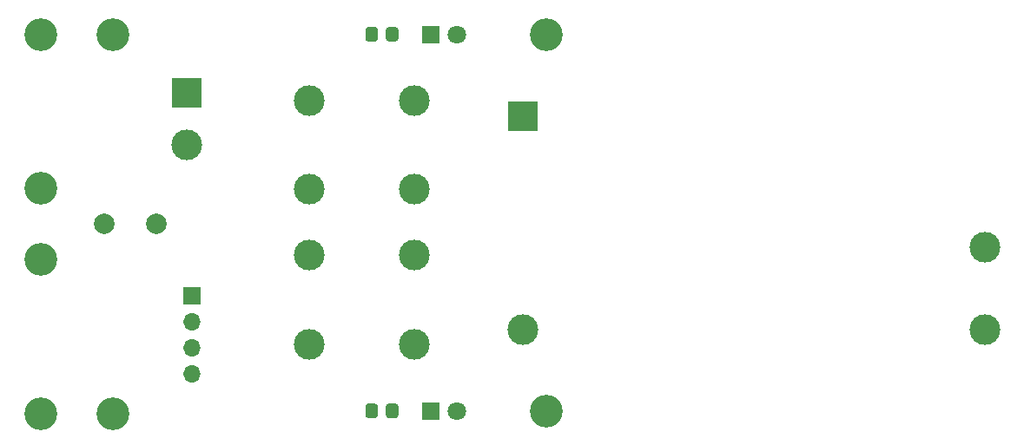
<source format=gts>
G04 #@! TF.GenerationSoftware,KiCad,Pcbnew,(5.1.10)-1*
G04 #@! TF.CreationDate,2021-08-09T14:03:53+02:00*
G04 #@! TF.ProjectId,PSU,5053552e-6b69-4636-9164-5f7063625858,rev?*
G04 #@! TF.SameCoordinates,Original*
G04 #@! TF.FileFunction,Soldermask,Top*
G04 #@! TF.FilePolarity,Negative*
%FSLAX46Y46*%
G04 Gerber Fmt 4.6, Leading zero omitted, Abs format (unit mm)*
G04 Created by KiCad (PCBNEW (5.1.10)-1) date 2021-08-09 14:03:53*
%MOMM*%
%LPD*%
G01*
G04 APERTURE LIST*
%ADD10C,3.200000*%
%ADD11C,1.800000*%
%ADD12R,1.800000X1.800000*%
%ADD13C,3.000000*%
%ADD14R,3.000000X3.000000*%
%ADD15O,1.700000X1.700000*%
%ADD16R,1.700000X1.700000*%
%ADD17C,2.000000*%
G04 APERTURE END LIST*
D10*
X142500000Y-114000000D03*
X142500000Y-99000000D03*
X142500000Y-92000000D03*
X142500000Y-77000000D03*
G36*
G01*
X175350000Y-76549999D02*
X175350000Y-77450001D01*
G75*
G02*
X175100001Y-77700000I-249999J0D01*
G01*
X174399999Y-77700000D01*
G75*
G02*
X174150000Y-77450001I0J249999D01*
G01*
X174150000Y-76549999D01*
G75*
G02*
X174399999Y-76300000I249999J0D01*
G01*
X175100001Y-76300000D01*
G75*
G02*
X175350000Y-76549999I0J-249999D01*
G01*
G37*
G36*
G01*
X177350000Y-76549999D02*
X177350000Y-77450001D01*
G75*
G02*
X177100001Y-77700000I-249999J0D01*
G01*
X176399999Y-77700000D01*
G75*
G02*
X176150000Y-77450001I0J249999D01*
G01*
X176150000Y-76549999D01*
G75*
G02*
X176399999Y-76300000I249999J0D01*
G01*
X177100001Y-76300000D01*
G75*
G02*
X177350000Y-76549999I0J-249999D01*
G01*
G37*
G36*
G01*
X175350000Y-113299999D02*
X175350000Y-114200001D01*
G75*
G02*
X175100001Y-114450000I-249999J0D01*
G01*
X174399999Y-114450000D01*
G75*
G02*
X174150000Y-114200001I0J249999D01*
G01*
X174150000Y-113299999D01*
G75*
G02*
X174399999Y-113050000I249999J0D01*
G01*
X175100001Y-113050000D01*
G75*
G02*
X175350000Y-113299999I0J-249999D01*
G01*
G37*
G36*
G01*
X177350000Y-113299999D02*
X177350000Y-114200001D01*
G75*
G02*
X177100001Y-114450000I-249999J0D01*
G01*
X176399999Y-114450000D01*
G75*
G02*
X176150000Y-114200001I0J249999D01*
G01*
X176150000Y-113299999D01*
G75*
G02*
X176399999Y-113050000I249999J0D01*
G01*
X177100001Y-113050000D01*
G75*
G02*
X177350000Y-113299999I0J-249999D01*
G01*
G37*
D11*
X183040000Y-77000000D03*
D12*
X180500000Y-77000000D03*
D11*
X183040000Y-113750000D03*
D12*
X180500000Y-113750000D03*
D13*
X178900000Y-107250000D03*
X168700000Y-107250000D03*
X178900000Y-98550000D03*
X168700000Y-98550000D03*
D10*
X191750000Y-113750000D03*
X191750000Y-77000000D03*
X149500000Y-114000000D03*
X149500000Y-77000000D03*
D13*
X168700000Y-83450000D03*
X178900000Y-83450000D03*
X168700000Y-92150000D03*
X178900000Y-92150000D03*
D14*
X189500000Y-85000000D03*
D13*
X234500000Y-97800000D03*
X189500000Y-105800000D03*
X234500000Y-105800000D03*
D15*
X157250000Y-110120000D03*
X157250000Y-107580000D03*
X157250000Y-105040000D03*
D16*
X157250000Y-102500000D03*
D13*
X156750000Y-87830000D03*
D14*
X156750000Y-82750000D03*
D17*
X148670000Y-95500000D03*
X153750000Y-95500000D03*
M02*

</source>
